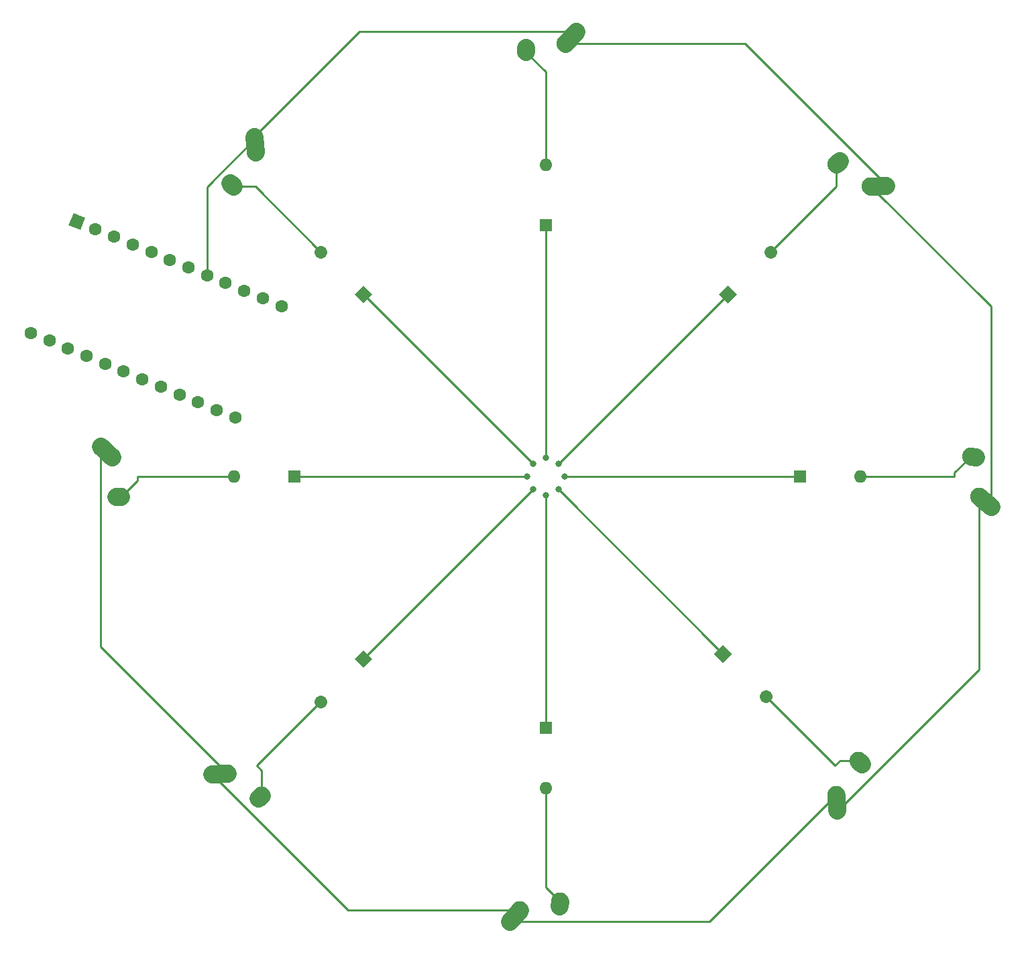
<source format=gbr>
G04 #@! TF.GenerationSoftware,KiCad,Pcbnew,(5.1.5)-3*
G04 #@! TF.CreationDate,2020-04-04T14:42:27-04:00*
G04 #@! TF.ProjectId,OctoPad,4f63746f-5061-4642-9e6b-696361645f70,rev?*
G04 #@! TF.SameCoordinates,Original*
G04 #@! TF.FileFunction,Copper,L1,Top*
G04 #@! TF.FilePolarity,Positive*
%FSLAX46Y46*%
G04 Gerber Fmt 4.6, Leading zero omitted, Abs format (unit mm)*
G04 Created by KiCad (PCBNEW (5.1.5)-3) date 2020-04-04 14:42:27*
%MOMM*%
%LPD*%
G04 APERTURE LIST*
%ADD10C,2.250000*%
%ADD11C,2.250000*%
%ADD12C,1.600000*%
%ADD13C,0.100000*%
%ADD14C,1.600000*%
%ADD15O,1.600000X1.600000*%
%ADD16R,1.600000X1.600000*%
%ADD17C,0.800000*%
%ADD18C,0.250000*%
G04 APERTURE END LIST*
D10*
X214281250Y-116800000D03*
D11*
X215741250Y-118110000D02*
X214281250Y-116799998D01*
D10*
X213201250Y-111760000D03*
D11*
X213781250Y-111800000D02*
X213201250Y-111760000D01*
D12*
X94508605Y-96150124D03*
X96855259Y-97122140D03*
X99201913Y-98094156D03*
X101548567Y-99066172D03*
X103895221Y-100038188D03*
X106241875Y-101010204D03*
X108588529Y-101982220D03*
X110935183Y-102954236D03*
X113281837Y-103926252D03*
X115628491Y-104898268D03*
X117975145Y-105870284D03*
X120321799Y-106842300D03*
X126153895Y-92762376D03*
X123807241Y-91790360D03*
X121460587Y-90818344D03*
X119113933Y-89846328D03*
X116767279Y-88874312D03*
X114420625Y-87902296D03*
X112073971Y-86930280D03*
X109727317Y-85958264D03*
X107380663Y-84986248D03*
X105034009Y-84014232D03*
X102687355Y-83042216D03*
G04 #@! TA.AperFunction,ComponentPad*
D13*
G36*
X99295451Y-82503157D02*
G01*
X99907744Y-81024950D01*
X101385951Y-81637243D01*
X100773658Y-83115450D01*
X99295451Y-82503157D01*
G37*
G04 #@! TD.AperFunction*
D10*
X196222556Y-154514340D03*
D11*
X196328622Y-156473026D02*
X196222558Y-154514340D01*
D10*
X199022699Y-150186846D03*
D11*
X199404536Y-150625253D02*
X199022698Y-150186847D01*
D10*
X200551840Y-77621194D03*
D11*
X202510526Y-77515128D02*
X200551840Y-77621192D01*
D10*
X196224346Y-74821051D03*
D11*
X196662753Y-74439214D02*
X196224347Y-74821052D01*
D10*
X162043750Y-59562500D03*
D11*
X163353750Y-58102500D02*
X162043748Y-59562500D01*
D10*
X157003750Y-60642500D03*
D11*
X157043750Y-60062500D02*
X157003750Y-60642500D01*
D10*
X122864944Y-73291910D03*
D11*
X122758878Y-71333224D02*
X122864942Y-73291910D01*
D10*
X120064801Y-77619404D03*
D11*
X119682964Y-77180997D02*
X120064802Y-77619403D01*
D10*
X104806250Y-111800000D03*
D11*
X103346250Y-110490000D02*
X104806250Y-111800002D01*
D10*
X105886250Y-116840000D03*
D11*
X105306250Y-116800000D02*
X105886250Y-116840000D01*
D10*
X119329410Y-151772556D03*
D11*
X117370724Y-151878622D02*
X119329410Y-151772558D01*
D10*
X123656904Y-154572699D03*
D11*
X123218497Y-154954536D02*
X123656903Y-154572698D01*
D10*
X156250000Y-169037500D03*
D11*
X154940000Y-170497500D02*
X156250002Y-169037500D01*
D10*
X161290000Y-167957500D03*
D11*
X161250000Y-168537500D02*
X161290000Y-167957500D01*
D14*
X187325000Y-142081250D02*
X187325000Y-142081250D01*
G04 #@! TA.AperFunction,ComponentPad*
D13*
G36*
X180805475Y-136693096D02*
G01*
X181936846Y-135561725D01*
X183068217Y-136693096D01*
X181936846Y-137824467D01*
X180805475Y-136693096D01*
G37*
G04 #@! TD.AperFunction*
D15*
X199231250Y-114300000D03*
D16*
X191611250Y-114300000D03*
D14*
X187950654Y-85893096D02*
X187950654Y-85893096D01*
G04 #@! TA.AperFunction,ComponentPad*
D13*
G36*
X182562500Y-92412621D02*
G01*
X181431129Y-91281250D01*
X182562500Y-90149879D01*
X183693871Y-91281250D01*
X182562500Y-92412621D01*
G37*
G04 #@! TD.AperFunction*
D15*
X159543750Y-74930000D03*
D16*
X159543750Y-82550000D03*
D14*
X131136846Y-85893096D02*
X131136846Y-85893096D01*
G04 #@! TA.AperFunction,ComponentPad*
D13*
G36*
X137656371Y-91281250D02*
G01*
X136525000Y-92412621D01*
X135393629Y-91281250D01*
X136525000Y-90149879D01*
X137656371Y-91281250D01*
G37*
G04 #@! TD.AperFunction*
D15*
X120173750Y-114300000D03*
D16*
X127793750Y-114300000D03*
D14*
X131136846Y-142706904D02*
X131136846Y-142706904D01*
G04 #@! TA.AperFunction,ComponentPad*
D13*
G36*
X136525000Y-136187379D02*
G01*
X137656371Y-137318750D01*
X136525000Y-138450121D01*
X135393629Y-137318750D01*
X136525000Y-136187379D01*
G37*
G04 #@! TD.AperFunction*
D15*
X159543750Y-153670000D03*
D16*
X159543750Y-146050000D03*
D17*
X159543750Y-116681250D03*
X157956250Y-115887500D03*
X157162500Y-114300000D03*
X157956250Y-112712500D03*
X159543750Y-111918750D03*
X161131250Y-112712500D03*
X161925000Y-114300000D03*
X161131250Y-115887500D03*
D18*
X161250000Y-167917500D02*
X161250000Y-168537500D01*
X159543750Y-166211250D02*
X161290000Y-167957500D01*
X159543750Y-153670000D02*
X159543750Y-166211250D01*
X159543750Y-146050000D02*
X159543750Y-119856250D01*
X159543750Y-119856250D02*
X159543750Y-116681250D01*
X123656904Y-154516129D02*
X123218497Y-154954536D01*
X131136846Y-142706904D02*
X123031250Y-150812500D01*
X123656904Y-151438154D02*
X123656904Y-154572699D01*
X123031250Y-150812500D02*
X123656904Y-151438154D01*
X136525000Y-137318750D02*
X157956250Y-115887500D01*
X120173750Y-114300000D02*
X107950000Y-114300000D01*
X105926250Y-116800000D02*
X105306250Y-116800000D01*
X107950000Y-114776250D02*
X105926250Y-116800000D01*
X107950000Y-114300000D02*
X107950000Y-114776250D01*
X127793750Y-114300000D02*
X157162500Y-114300000D01*
X120121371Y-77619404D02*
X119682964Y-77180997D01*
X122863154Y-77619404D02*
X120121371Y-77619404D01*
X131136846Y-85893096D02*
X122863154Y-77619404D01*
X136525000Y-91281250D02*
X157956250Y-112712500D01*
X159543750Y-63182500D02*
X157043750Y-60682500D01*
X157043750Y-60682500D02*
X157043750Y-60062500D01*
X159543750Y-74930000D02*
X159543750Y-63182500D01*
X159543750Y-82550000D02*
X159543750Y-111918750D01*
X196224346Y-74877621D02*
X196662753Y-74439214D01*
X196224346Y-77619404D02*
X196224346Y-74877621D01*
X187950654Y-85893096D02*
X196224346Y-77619404D01*
X182562500Y-91281250D02*
X161131250Y-112712500D01*
X199231250Y-114300000D02*
X211137500Y-114300000D01*
X213161250Y-111800000D02*
X213781250Y-111800000D01*
X211137500Y-113823750D02*
X213161250Y-111800000D01*
X211137500Y-114300000D02*
X211137500Y-113823750D01*
X191611250Y-114300000D02*
X161925000Y-114300000D01*
X196681904Y-150186846D02*
X199022699Y-150186846D01*
X187325000Y-142081250D02*
X196056250Y-150812500D01*
X196056250Y-150812500D02*
X196681904Y-150186846D01*
X181936846Y-136693096D02*
X161131250Y-115887500D01*
X134529602Y-169037500D02*
X156250000Y-169037500D01*
X117370724Y-151878622D02*
X134529602Y-169037500D01*
X214281250Y-138680526D02*
X214281250Y-118390990D01*
X214281250Y-118390990D02*
X214281250Y-116800000D01*
X196488750Y-156473026D02*
X214281250Y-138680526D01*
X196328622Y-156473026D02*
X196488750Y-156473026D01*
X215741250Y-92810604D02*
X200551840Y-77621194D01*
X215741250Y-118110000D02*
X215741250Y-92810604D01*
X163634740Y-59562500D02*
X162043750Y-59562500D01*
X184718026Y-59562500D02*
X163634740Y-59562500D01*
X202510526Y-77355000D02*
X184718026Y-59562500D01*
X202510526Y-77515128D02*
X202510526Y-77355000D01*
X103346250Y-135789396D02*
X119329410Y-151772556D01*
X103346250Y-110490000D02*
X103346250Y-135789396D01*
X180239396Y-170497500D02*
X196222556Y-154514340D01*
X154940000Y-170497500D02*
X180239396Y-170497500D01*
X122758878Y-71333224D02*
X122758878Y-71709872D01*
X116767279Y-77701471D02*
X116767279Y-88874312D01*
X122758878Y-71709872D02*
X116767279Y-77701471D01*
X135989602Y-58102500D02*
X122758878Y-71333224D01*
X163353750Y-58102500D02*
X135989602Y-58102500D01*
M02*

</source>
